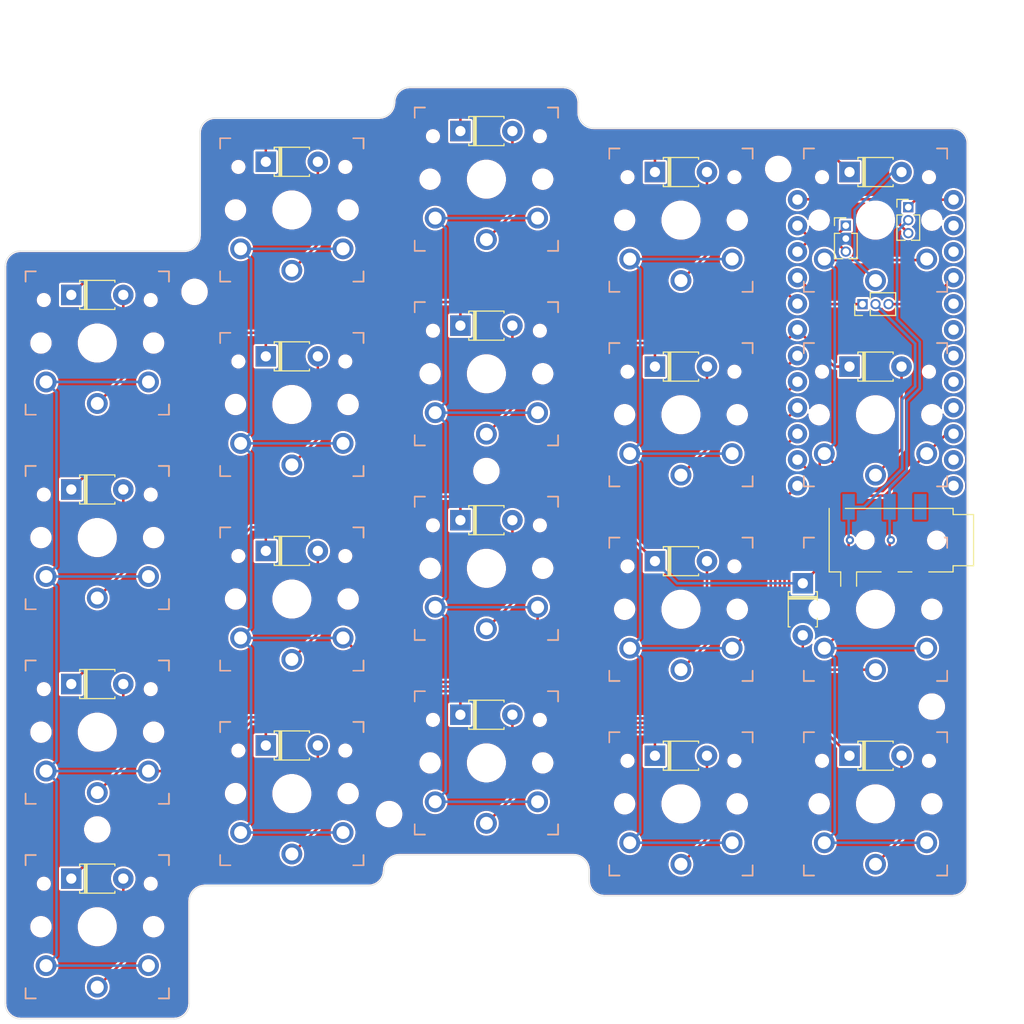
<source format=kicad_pcb>
(kicad_pcb (version 20171130) (host pcbnew "(5.1.9)-1")
  (layers (0 F.Cu signal) (31 B.Cu signal) (34 B.Paste user) (35 F.Paste user) (36 B.SilkS user) (37 F.SilkS user) (38 B.Mask user) (39 F.Mask user) (44 Edge.Cuts user))
  (net 0 "")
  (net 1 "Net-(B1-Pad24)")
  (net 2 "Net-(B1-Pad23)")
  (net 3 "Net-(B1-Pad22)")
  (net 4 "Net-(B1-Pad21)")
  (net 5 "Net-(B1-Pad20)")
  (net 6 "Net-(B1-Pad19)")
  (net 7 "Net-(B1-Pad18)")
  (net 8 "Net-(B1-Pad17)")
  (net 9 "Net-(B1-Pad16)")
  (net 10 "Net-(B1-Pad14)")
  (net 11 "Net-(B1-Pad13)")
  (net 12 "Net-(B1-Pad4)")
  (net 13 "Net-(B1-Pad3)")
  (net 14 "Net-(B1-Pad2)")
  (net 15 "Net-(B1-Pad1)")
  (net 16 "Net-(D1-Pad2)")
  (net 17 row0)
  (net 18 "Net-(D2-Pad2)")
  (net 19 row1)
  (net 20 "Net-(D3-Pad2)")
  (net 21 row2)
  (net 22 "Net-(D4-Pad2)")
  (net 23 row3)
  (net 24 "Net-(D5-Pad2)")
  (net 25 "Net-(D6-Pad2)")
  (net 26 "Net-(D7-Pad2)")
  (net 27 "Net-(D8-Pad2)")
  (net 28 "Net-(D9-Pad2)")
  (net 29 "Net-(D10-Pad2)")
  (net 30 "Net-(D11-Pad2)")
  (net 31 "Net-(D12-Pad2)")
  (net 32 "Net-(D13-Pad2)")
  (net 33 "Net-(D14-Pad2)")
  (net 34 "Net-(D15-Pad2)")
  (net 35 "Net-(D16-Pad2)")
  (net 36 "Net-(D17-Pad2)")
  (net 37 "Net-(D18-Pad2)")
  (net 38 "Net-(D19-Pad2)")
  (net 39 "Net-(D20-Pad2)")
  (net 40 "Net-(J1-PadR2)")
  (net 41 TX)
  (net 42 +5V)
  (net 43 GND)
  (net 44 col0)
  (net 45 col1)
  (net 46 col2)
  (net 47 col3)
  (net 48 col4)
  (module keyswitches:SW_PG1350_reversible (layer F.Cu) (at 166.5 71.5)
    (fp_text reference SW13 hide)
    (fp_text value SW_Push)
    (pad "" np_thru_hole circle (at -5.5 0) (size 1.7018 1.7018) (drill 1.7018) (layers *.Cu *.Mask))
    (pad "" np_thru_hole circle (at 5.5 0) (size 1.7018 1.7018) (drill 1.7018) (layers *.Cu *.Mask))
    (pad "" np_thru_hole circle (at 5.22 -4.2) (size 0.9906 0.9906) (drill 0.9906) (layers *.Cu *.Mask))
    (pad 1 thru_hole circle (at 0 5.9) (size 2.032 2.032) (drill 1.27) (layers *.Cu *.Mask) (net 32 "Net-(D13-Pad2)"))
    (pad 2 thru_hole circle (at -5 3.8) (size 2.032 2.032) (drill 1.27) (layers *.Cu *.Mask) (net 47 col3))
    (pad "" np_thru_hole circle (at 0 0) (size 3.429 3.429) (drill 3.429) (layers *.Cu *.Mask))
    (pad 2 thru_hole circle (at 5 3.8) (size 2.032 2.032) (drill 1.27) (layers *.Cu *.Mask) (net 47 col3))
    (pad "" np_thru_hole circle (at -5.22 -4.2) (size 0.9906 0.9906) (drill 0.9906) (layers *.Cu *.Mask))
  )
  (module keyswitches:SW_PG1350_reversible (layer F.Cu) (at 128.5 70.5)
    (fp_text reference SW5 hide)
    (fp_text value SW_Push)
    (pad "" np_thru_hole circle (at -5.5 0) (size 1.7018 1.7018) (drill 1.7018) (layers *.Cu *.Mask))
    (pad "" np_thru_hole circle (at 5.5 0) (size 1.7018 1.7018) (drill 1.7018) (layers *.Cu *.Mask))
    (pad "" np_thru_hole circle (at 5.22 -4.2) (size 0.9906 0.9906) (drill 0.9906) (layers *.Cu *.Mask))
    (pad 1 thru_hole circle (at 0 5.9) (size 2.032 2.032) (drill 1.27) (layers *.Cu *.Mask) (net 24 "Net-(D5-Pad2)"))
    (pad 2 thru_hole circle (at -5 3.8) (size 2.032 2.032) (drill 1.27) (layers *.Cu *.Mask) (net 45 col1))
    (pad "" np_thru_hole circle (at 0 0) (size 3.429 3.429) (drill 3.429) (layers *.Cu *.Mask))
    (pad 2 thru_hole circle (at 5 3.8) (size 2.032 2.032) (drill 1.27) (layers *.Cu *.Mask) (net 45 col1))
    (pad "" np_thru_hole circle (at -5.22 -4.2) (size 0.9906 0.9906) (drill 0.9906) (layers *.Cu *.Mask))
  )
  (module Connector_PinHeader_1.27mm:PinHeader_1x03_P1.27mm_Vertical (layer F.Cu) (at 184.23 79.7 90)
    (fp_text reference JP3 hide)
    (fp_text value Jumper_3_Open)
    (pad 3 thru_hole oval (at 0 2.54 90) (size 1 1) (drill 0.65) (layers *.Cu *.Mask) (net 4 "Net-(B1-Pad21)"))
    (pad 2 thru_hole oval (at 0 1.27 90) (size 1 1) (drill 0.65) (layers *.Cu *.Mask) (net 42 +5V))
    (pad 1 thru_hole rect (at 0 0 90) (size 1 1) (drill 0.65) (layers *.Cu *.Mask) (net 12 "Net-(B1-Pad4)"))
  )
  (module Connector_PinHeader_1.27mm:PinHeader_1x03_P1.27mm_Vertical (layer F.Cu) (at 188.7 70.23)
    (fp_text reference JP2 hide)
    (fp_text value Jumper_3_Open)
    (pad 3 thru_hole oval (at 0 2.54) (size 1 1) (drill 0.65) (layers *.Cu *.Mask) (net 15 "Net-(B1-Pad1)"))
    (pad 2 thru_hole oval (at 0 1.27) (size 1 1) (drill 0.65) (layers *.Cu *.Mask) (net 41 TX))
    (pad 1 thru_hole rect (at 0 0) (size 1 1) (drill 0.65) (layers *.Cu *.Mask) (net 1 "Net-(B1-Pad24)"))
  )
  (module Connector_PinHeader_1.27mm:PinHeader_1x03_P1.27mm_Vertical (layer F.Cu) (at 182.6 72.03)
    (fp_text reference JP1 hide)
    (fp_text value Jumper_3_Open)
    (pad 3 thru_hole oval (at 0 2.54) (size 1 1) (drill 0.65) (layers *.Cu *.Mask) (net 13 "Net-(B1-Pad3)"))
    (pad 2 thru_hole oval (at 0 1.27) (size 1 1) (drill 0.65) (layers *.Cu *.Mask) (net 43 GND))
    (pad 1 thru_hole rect (at 0 0) (size 1 1) (drill 0.65) (layers *.Cu *.Mask) (net 14 "Net-(B1-Pad2)"))
  )
  (module Diode_THT:D_T-1_P5.08mm_Horizontal (layer F.Cu) (at 178.4 106.96 270)
    (fp_text reference D19 hide)
    (fp_text value D_Small)
    (pad 2 thru_hole oval (at 5.08 0 270) (size 2 2) (drill 1) (layers *.Cu *.Mask) (net 38 "Net-(D19-Pad2)"))
    (pad 1 thru_hole rect (at 0 0 270) (size 2 2) (drill 1) (layers *.Cu *.Mask) (net 21 row2))
  )
  (module Boards:SPARKFUN_PRO_MICRO (layer F.Cu) (at 185.5 82.2)
    (fp_text reference B1 hide)
    (fp_text value SPARKFUN_PRO_MICRO hide)
    (pad 24 thru_hole circle (at 7.62 -12.7) (size 1.8796 1.8796) (drill 1.016) (layers *.Cu *.Mask) (net 1 "Net-(B1-Pad24)"))
    (pad 23 thru_hole circle (at 7.62 -10.16) (size 1.8796 1.8796) (drill 1.016) (layers *.Cu *.Mask) (net 2 "Net-(B1-Pad23)"))
    (pad 22 thru_hole circle (at 7.62 -7.62) (size 1.8796 1.8796) (drill 1.016) (layers *.Cu *.Mask) (net 3 "Net-(B1-Pad22)"))
    (pad 21 thru_hole circle (at 7.62 -5.08) (size 1.8796 1.8796) (drill 1.016) (layers *.Cu *.Mask) (net 4 "Net-(B1-Pad21)"))
    (pad 20 thru_hole circle (at 7.62 -2.54) (size 1.8796 1.8796) (drill 1.016) (layers *.Cu *.Mask) (net 5 "Net-(B1-Pad20)"))
    (pad 19 thru_hole circle (at 7.62 0) (size 1.8796 1.8796) (drill 1.016) (layers *.Cu *.Mask) (net 6 "Net-(B1-Pad19)"))
    (pad 18 thru_hole circle (at 7.62 2.54) (size 1.8796 1.8796) (drill 1.016) (layers *.Cu *.Mask) (net 7 "Net-(B1-Pad18)"))
    (pad 17 thru_hole circle (at 7.62 5.08) (size 1.8796 1.8796) (drill 1.016) (layers *.Cu *.Mask) (net 8 "Net-(B1-Pad17)"))
    (pad 16 thru_hole circle (at 7.62 7.62) (size 1.8796 1.8796) (drill 1.016) (layers *.Cu *.Mask) (net 9 "Net-(B1-Pad16)"))
    (pad 15 thru_hole circle (at 7.62 10.16) (size 1.8796 1.8796) (drill 1.016) (layers *.Cu *.Mask) (net 48 col4))
    (pad 14 thru_hole circle (at 7.62 12.7) (size 1.8796 1.8796) (drill 1.016) (layers *.Cu *.Mask) (net 10 "Net-(B1-Pad14)"))
    (pad 13 thru_hole circle (at 7.62 15.24) (size 1.8796 1.8796) (drill 1.016) (layers *.Cu *.Mask) (net 11 "Net-(B1-Pad13)"))
    (pad 12 thru_hole circle (at -7.62 15.24) (size 1.8796 1.8796) (drill 1.016) (layers *.Cu *.Mask) (net 23 row3))
    (pad 11 thru_hole circle (at -7.62 12.7) (size 1.8796 1.8796) (drill 1.016) (layers *.Cu *.Mask) (net 21 row2))
    (pad 10 thru_hole circle (at -7.62 10.16) (size 1.8796 1.8796) (drill 1.016) (layers *.Cu *.Mask) (net 44 col0))
    (pad 9 thru_hole circle (at -7.62 7.62) (size 1.8796 1.8796) (drill 1.016) (layers *.Cu *.Mask) (net 45 col1))
    (pad 8 thru_hole circle (at -7.62 5.08) (size 1.8796 1.8796) (drill 1.016) (layers *.Cu *.Mask) (net 46 col2))
    (pad 7 thru_hole circle (at -7.62 2.54) (size 1.8796 1.8796) (drill 1.016) (layers *.Cu *.Mask) (net 47 col3))
    (pad 6 thru_hole circle (at -7.62 0) (size 1.8796 1.8796) (drill 1.016) (layers *.Cu *.Mask) (net 19 row1))
    (pad 5 thru_hole circle (at -7.62 -2.54) (size 1.8796 1.8796) (drill 1.016) (layers *.Cu *.Mask) (net 17 row0))
    (pad 4 thru_hole circle (at -7.62 -5.08) (size 1.8796 1.8796) (drill 1.016) (layers *.Cu *.Mask) (net 12 "Net-(B1-Pad4)"))
    (pad 3 thru_hole circle (at -7.62 -7.62) (size 1.8796 1.8796) (drill 1.016) (layers *.Cu *.Mask) (net 13 "Net-(B1-Pad3)"))
    (pad 2 thru_hole circle (at -7.62 -10.16) (size 1.8796 1.8796) (drill 1.016) (layers *.Cu *.Mask) (net 14 "Net-(B1-Pad2)"))
    (pad 1 thru_hole circle (at -7.62 -12.7) (size 1.8796 1.8796) (drill 1.016) (layers *.Cu *.Mask) (net 15 "Net-(B1-Pad1)"))
  )
  (module keyswitches:SW_PG1350_reversible (layer F.Cu) (at 185.5 109.5)
    (fp_text reference SW19 hide)
    (fp_text value SW_Push)
    (pad "" np_thru_hole circle (at -5.5 0) (size 1.7018 1.7018) (drill 1.7018) (layers *.Cu *.Mask))
    (pad "" np_thru_hole circle (at 5.5 0) (size 1.7018 1.7018) (drill 1.7018) (layers *.Cu *.Mask))
    (pad 1 thru_hole circle (at 0 5.9) (size 2.032 2.032) (drill 1.27) (layers *.Cu *.Mask) (net 38 "Net-(D19-Pad2)"))
    (pad 2 thru_hole circle (at -5 3.8) (size 2.032 2.032) (drill 1.27) (layers *.Cu *.Mask) (net 48 col4))
    (pad "" np_thru_hole circle (at 0 0) (size 3.429 3.429) (drill 3.429) (layers *.Cu *.Mask))
    (pad 2 thru_hole circle (at 5 3.8) (size 2.032 2.032) (drill 1.27) (layers *.Cu *.Mask) (net 48 col4))
  )
  (module Connector_Audio:Jack_3.5mm_PJ320D_Horizontal (layer F.Cu) (at 186.7 102.75 180)
    (fp_text reference J1 hide)
    (fp_text value AudioJack4)
    (pad "" np_thru_hole circle (at 2.225 0 180) (size 1.5 1.5) (drill 1.5) (layers *.Cu *.Mask))
    (pad "" np_thru_hole circle (at -4.775 0 180) (size 1.5 1.5) (drill 1.5) (layers *.Cu *.Mask))
    (pad R2 smd rect (at -3.175 -3.25 180) (size 1.2 2.5) (layers F.Cu F.Paste F.Mask) (net 40 "Net-(J1-PadR2)"))
    (pad R1 smd rect (at -0.175 -3.25 180) (size 1.2 2.5) (layers F.Cu F.Paste F.Mask) (net 41 TX))
    (pad T smd rect (at 3.825 -3.25 180) (size 1.2 2.5) (layers F.Cu F.Paste F.Mask) (net 42 +5V))
    (pad S smd rect (at 4.925 3.25 180) (size 1.2 2.5) (layers F.Cu F.Paste F.Mask) (net 43 GND))
    (pad R2 smd rect (at -3.175 3.25 180) (size 1.2 2.5) (layers B.Cu B.Paste B.Mask) (net 40 "Net-(J1-PadR2)"))
    (pad T smd rect (at 3.825 3.25 180) (size 1.2 2.5) (layers B.Cu B.Paste B.Mask) (net 42 +5V))
    (pad S smd rect (at 4.925 -3.25 180) (size 1.2 2.5) (layers B.Cu B.Paste B.Mask) (net 43 GND))
    (pad R1 smd rect (at -0.175 3.25 180) (size 1.2 2.5) (layers B.Cu B.Paste B.Mask) (net 41 TX))
  )
  (module keyswitches:SW_PG1350_reversible (layer F.Cu) (at 109.5 140.5)
    (fp_text reference SW4 hide)
    (fp_text value SW_Push)
    (pad "" np_thru_hole circle (at -5.5 0) (size 1.7018 1.7018) (drill 1.7018) (layers *.Cu *.Mask))
    (pad "" np_thru_hole circle (at 5.5 0) (size 1.7018 1.7018) (drill 1.7018) (layers *.Cu *.Mask))
    (pad "" np_thru_hole circle (at 5.22 -4.2) (size 0.9906 0.9906) (drill 0.9906) (layers *.Cu *.Mask))
    (pad 1 thru_hole circle (at 0 5.9) (size 2.032 2.032) (drill 1.27) (layers *.Cu *.Mask) (net 22 "Net-(D4-Pad2)"))
    (pad 2 thru_hole circle (at -5 3.8) (size 2.032 2.032) (drill 1.27) (layers *.Cu *.Mask) (net 44 col0))
    (pad "" np_thru_hole circle (at 0 0) (size 3.429 3.429) (drill 3.429) (layers *.Cu *.Mask))
    (pad 2 thru_hole circle (at 5 3.8) (size 2.032 2.032) (drill 1.27) (layers *.Cu *.Mask) (net 44 col0))
    (pad "" np_thru_hole circle (at -5.22 -4.2) (size 0.9906 0.9906) (drill 0.9906) (layers *.Cu *.Mask))
  )
  (module keyswitches:SW_PG1350_reversible (layer F.Cu) (at 185.5 128.5)
    (fp_text reference SW20 hide)
    (fp_text value SW_Push)
    (pad "" np_thru_hole circle (at -5.5 0) (size 1.7018 1.7018) (drill 1.7018) (layers *.Cu *.Mask))
    (pad "" np_thru_hole circle (at 5.5 0) (size 1.7018 1.7018) (drill 1.7018) (layers *.Cu *.Mask))
    (pad "" np_thru_hole circle (at 5.22 -4.2) (size 0.9906 0.9906) (drill 0.9906) (layers *.Cu *.Mask))
    (pad 1 thru_hole circle (at 0 5.9) (size 2.032 2.032) (drill 1.27) (layers *.Cu *.Mask) (net 39 "Net-(D20-Pad2)"))
    (pad 2 thru_hole circle (at -5 3.8) (size 2.032 2.032) (drill 1.27) (layers *.Cu *.Mask) (net 48 col4))
    (pad "" np_thru_hole circle (at 0 0) (size 3.429 3.429) (drill 3.429) (layers *.Cu *.Mask))
    (pad 2 thru_hole circle (at 5 3.8) (size 2.032 2.032) (drill 1.27) (layers *.Cu *.Mask) (net 48 col4))
    (pad "" np_thru_hole circle (at -5.22 -4.2) (size 0.9906 0.9906) (drill 0.9906) (layers *.Cu *.Mask))
  )
  (module keyswitches:SW_PG1350_reversible (layer F.Cu) (at 185.5 90.5)
    (fp_text reference SW18 hide)
    (fp_text value SW_Push)
    (pad "" np_thru_hole circle (at -5.5 0) (size 1.7018 1.7018) (drill 1.7018) (layers *.Cu *.Mask))
    (pad "" np_thru_hole circle (at 5.5 0) (size 1.7018 1.7018) (drill 1.7018) (layers *.Cu *.Mask))
    (pad "" np_thru_hole circle (at 5.22 -4.2) (size 0.9906 0.9906) (drill 0.9906) (layers *.Cu *.Mask))
    (pad 1 thru_hole circle (at 0 5.9) (size 2.032 2.032) (drill 1.27) (layers *.Cu *.Mask) (net 37 "Net-(D18-Pad2)"))
    (pad 2 thru_hole circle (at -5 3.8) (size 2.032 2.032) (drill 1.27) (layers *.Cu *.Mask) (net 48 col4))
    (pad "" np_thru_hole circle (at 0 0) (size 3.429 3.429) (drill 3.429) (layers *.Cu *.Mask))
    (pad 2 thru_hole circle (at 5 3.8) (size 2.032 2.032) (drill 1.27) (layers *.Cu *.Mask) (net 48 col4))
    (pad "" np_thru_hole circle (at -5.22 -4.2) (size 0.9906 0.9906) (drill 0.9906) (layers *.Cu *.Mask))
  )
  (module keyswitches:SW_PG1350_reversible (layer F.Cu) (at 185.5 71.5)
    (fp_text reference SW17 hide)
    (fp_text value SW_Push)
    (pad "" np_thru_hole circle (at -5.5 0) (size 1.7018 1.7018) (drill 1.7018) (layers *.Cu *.Mask))
    (pad "" np_thru_hole circle (at 5.5 0) (size 1.7018 1.7018) (drill 1.7018) (layers *.Cu *.Mask))
    (pad "" np_thru_hole circle (at 5.22 -4.2) (size 0.9906 0.9906) (drill 0.9906) (layers *.Cu *.Mask))
    (pad 1 thru_hole circle (at 0 5.9) (size 2.032 2.032) (drill 1.27) (layers *.Cu *.Mask) (net 36 "Net-(D17-Pad2)"))
    (pad 2 thru_hole circle (at -5 3.8) (size 2.032 2.032) (drill 1.27) (layers *.Cu *.Mask) (net 48 col4))
    (pad "" np_thru_hole circle (at 0 0) (size 3.429 3.429) (drill 3.429) (layers *.Cu *.Mask))
    (pad 2 thru_hole circle (at 5 3.8) (size 2.032 2.032) (drill 1.27) (layers *.Cu *.Mask) (net 48 col4))
    (pad "" np_thru_hole circle (at -5.22 -4.2) (size 0.9906 0.9906) (drill 0.9906) (layers *.Cu *.Mask))
  )
  (module keyswitches:SW_PG1350_reversible (layer F.Cu) (at 166.5 128.5)
    (fp_text reference SW16 hide)
    (fp_text value SW_Push)
    (pad "" np_thru_hole circle (at -5.5 0) (size 1.7018 1.7018) (drill 1.7018) (layers *.Cu *.Mask))
    (pad "" np_thru_hole circle (at 5.5 0) (size 1.7018 1.7018) (drill 1.7018) (layers *.Cu *.Mask))
    (pad "" np_thru_hole circle (at 5.22 -4.2) (size 0.9906 0.9906) (drill 0.9906) (layers *.Cu *.Mask))
    (pad 1 thru_hole circle (at 0 5.9) (size 2.032 2.032) (drill 1.27) (layers *.Cu *.Mask) (net 35 "Net-(D16-Pad2)"))
    (pad 2 thru_hole circle (at -5 3.8) (size 2.032 2.032) (drill 1.27) (layers *.Cu *.Mask) (net 47 col3))
    (pad "" np_thru_hole circle (at 0 0) (size 3.429 3.429) (drill 3.429) (layers *.Cu *.Mask))
    (pad 2 thru_hole circle (at 5 3.8) (size 2.032 2.032) (drill 1.27) (layers *.Cu *.Mask) (net 47 col3))
    (pad "" np_thru_hole circle (at -5.22 -4.2) (size 0.9906 0.9906) (drill 0.9906) (layers *.Cu *.Mask))
  )
  (module keyswitches:SW_PG1350_reversible (layer F.Cu) (at 166.5 109.5)
    (fp_text reference SW15 hide)
    (fp_text value SW_Push)
    (pad "" np_thru_hole circle (at -5.5 0) (size 1.7018 1.7018) (drill 1.7018) (layers *.Cu *.Mask))
    (pad "" np_thru_hole circle (at 5.5 0) (size 1.7018 1.7018) (drill 1.7018) (layers *.Cu *.Mask))
    (pad "" np_thru_hole circle (at 5.22 -4.2) (size 0.9906 0.9906) (drill 0.9906) (layers *.Cu *.Mask))
    (pad 1 thru_hole circle (at 0 5.9) (size 2.032 2.032) (drill 1.27) (layers *.Cu *.Mask) (net 34 "Net-(D15-Pad2)"))
    (pad 2 thru_hole circle (at -5 3.8) (size 2.032 2.032) (drill 1.27) (layers *.Cu *.Mask) (net 47 col3))
    (pad "" np_thru_hole circle (at 0 0) (size 3.429 3.429) (drill 3.429) (layers *.Cu *.Mask))
    (pad 2 thru_hole circle (at 5 3.8) (size 2.032 2.032) (drill 1.27) (layers *.Cu *.Mask) (net 47 col3))
    (pad "" np_thru_hole circle (at -5.22 -4.2) (size 0.9906 0.9906) (drill 0.9906) (layers *.Cu *.Mask))
  )
  (module keyswitches:SW_PG1350_reversible (layer F.Cu) (at 166.5 90.5)
    (fp_text reference SW14 hide)
    (fp_text value SW_Push)
    (pad "" np_thru_hole circle (at -5.5 0) (size 1.7018 1.7018) (drill 1.7018) (layers *.Cu *.Mask))
    (pad "" np_thru_hole circle (at 5.5 0) (size 1.7018 1.7018) (drill 1.7018) (layers *.Cu *.Mask))
    (pad "" np_thru_hole circle (at 5.22 -4.2) (size 0.9906 0.9906) (drill 0.9906) (layers *.Cu *.Mask))
    (pad 1 thru_hole circle (at 0 5.9) (size 2.032 2.032) (drill 1.27) (layers *.Cu *.Mask) (net 33 "Net-(D14-Pad2)"))
    (pad 2 thru_hole circle (at -5 3.8) (size 2.032 2.032) (drill 1.27) (layers *.Cu *.Mask) (net 47 col3))
    (pad "" np_thru_hole circle (at 0 0) (size 3.429 3.429) (drill 3.429) (layers *.Cu *.Mask))
    (pad 2 thru_hole circle (at 5 3.8) (size 2.032 2.032) (drill 1.27) (layers *.Cu *.Mask) (net 47 col3))
    (pad "" np_thru_hole circle (at -5.22 -4.2) (size 0.9906 0.9906) (drill 0.9906) (layers *.Cu *.Mask))
  )
  (module keyswitches:SW_PG1350_reversible (layer F.Cu) (at 147.5 124.5)
    (fp_text reference SW12 hide)
    (fp_text value SW_Push)
    (pad "" np_thru_hole circle (at -5.5 0) (size 1.7018 1.7018) (drill 1.7018) (layers *.Cu *.Mask))
    (pad "" np_thru_hole circle (at 5.5 0) (size 1.7018 1.7018) (drill 1.7018) (layers *.Cu *.Mask))
    (pad "" np_thru_hole circle (at 5.22 -4.2) (size 0.9906 0.9906) (drill 0.9906) (layers *.Cu *.Mask))
    (pad 1 thru_hole circle (at 0 5.9) (size 2.032 2.032) (drill 1.27) (layers *.Cu *.Mask) (net 31 "Net-(D12-Pad2)"))
    (pad 2 thru_hole circle (at -5 3.8) (size 2.032 2.032) (drill 1.27) (layers *.Cu *.Mask) (net 46 col2))
    (pad "" np_thru_hole circle (at 0 0) (size 3.429 3.429) (drill 3.429) (layers *.Cu *.Mask))
    (pad 2 thru_hole circle (at 5 3.8) (size 2.032 2.032) (drill 1.27) (layers *.Cu *.Mask) (net 46 col2))
    (pad "" np_thru_hole circle (at -5.22 -4.2) (size 0.9906 0.9906) (drill 0.9906) (layers *.Cu *.Mask))
  )
  (module keyswitches:SW_PG1350_reversible (layer F.Cu) (at 147.5 105.5)
    (fp_text reference SW11 hide)
    (fp_text value SW_Push)
    (pad "" np_thru_hole circle (at -5.5 0) (size 1.7018 1.7018) (drill 1.7018) (layers *.Cu *.Mask))
    (pad "" np_thru_hole circle (at 5.5 0) (size 1.7018 1.7018) (drill 1.7018) (layers *.Cu *.Mask))
    (pad "" np_thru_hole circle (at 5.22 -4.2) (size 0.9906 0.9906) (drill 0.9906) (layers *.Cu *.Mask))
    (pad 1 thru_hole circle (at 0 5.9) (size 2.032 2.032) (drill 1.27) (layers *.Cu *.Mask) (net 30 "Net-(D11-Pad2)"))
    (pad 2 thru_hole circle (at -5 3.8) (size 2.032 2.032) (drill 1.27) (layers *.Cu *.Mask) (net 46 col2))
    (pad "" np_thru_hole circle (at 0 0) (size 3.429 3.429) (drill 3.429) (layers *.Cu *.Mask))
    (pad 2 thru_hole circle (at 5 3.8) (size 2.032 2.032) (drill 1.27) (layers *.Cu *.Mask) (net 46 col2))
    (pad "" np_thru_hole circle (at -5.22 -4.2) (size 0.9906 0.9906) (drill 0.9906) (layers *.Cu *.Mask))
  )
  (module keyswitches:SW_PG1350_reversible (layer F.Cu) (at 147.5 86.5)
    (fp_text reference SW10 hide)
    (fp_text value SW_Push)
    (pad "" np_thru_hole circle (at -5.5 0) (size 1.7018 1.7018) (drill 1.7018) (layers *.Cu *.Mask))
    (pad "" np_thru_hole circle (at 5.5 0) (size 1.7018 1.7018) (drill 1.7018) (layers *.Cu *.Mask))
    (pad "" np_thru_hole circle (at 5.22 -4.2) (size 0.9906 0.9906) (drill 0.9906) (layers *.Cu *.Mask))
    (pad 1 thru_hole circle (at 0 5.9) (size 2.032 2.032) (drill 1.27) (layers *.Cu *.Mask) (net 29 "Net-(D10-Pad2)"))
    (pad 2 thru_hole circle (at -5 3.8) (size 2.032 2.032) (drill 1.27) (layers *.Cu *.Mask) (net 46 col2))
    (pad "" np_thru_hole circle (at 0 0) (size 3.429 3.429) (drill 3.429) (layers *.Cu *.Mask))
    (pad 2 thru_hole circle (at 5 3.8) (size 2.032 2.032) (drill 1.27) (layers *.Cu *.Mask) (net 46 col2))
    (pad "" np_thru_hole circle (at -5.22 -4.2) (size 0.9906 0.9906) (drill 0.9906) (layers *.Cu *.Mask))
  )
  (module keyswitches:SW_PG1350_reversible (layer F.Cu) (at 147.5 67.5)
    (fp_text reference SW9 hide)
    (fp_text value SW_Push)
    (pad "" np_thru_hole circle (at -5.5 0) (size 1.7018 1.7018) (drill 1.7018) (layers *.Cu *.Mask))
    (pad "" np_thru_hole circle (at 5.5 0) (size 1.7018 1.7018) (drill 1.7018) (layers *.Cu *.Mask))
    (pad "" np_thru_hole circle (at 5.22 -4.2) (size 0.9906 0.9906) (drill 0.9906) (layers *.Cu *.Mask))
    (pad 1 thru_hole circle (at 0 5.9) (size 2.032 2.032) (drill 1.27) (layers *.Cu *.Mask) (net 28 "Net-(D9-Pad2)"))
    (pad 2 thru_hole circle (at -5 3.8) (size 2.032 2.032) (drill 1.27) (layers *.Cu *.Mask) (net 46 col2))
    (pad "" np_thru_hole circle (at 0 0) (size 3.429 3.429) (drill 3.429) (layers *.Cu *.Mask))
    (pad 2 thru_hole circle (at 5 3.8) (size 2.032 2.032) (drill 1.27) (layers *.Cu *.Mask) (net 46 col2))
    (pad "" np_thru_hole circle (at -5.22 -4.2) (size 0.9906 0.9906) (drill 0.9906) (layers *.Cu *.Mask))
  )
  (module keyswitches:SW_PG1350_reversible (layer F.Cu) (at 128.5 127.5)
    (fp_text reference SW8 hide)
    (fp_text value SW_Push)
    (pad "" np_thru_hole circle (at -5.5 0) (size 1.7018 1.7018) (drill 1.7018) (layers *.Cu *.Mask))
    (pad "" np_thru_hole circle (at 5.5 0) (size 1.7018 1.7018) (drill 1.7018) (layers *.Cu *.Mask))
    (pad "" np_thru_hole circle (at 5.22 -4.2) (size 0.9906 0.9906) (drill 0.9906) (layers *.Cu *.Mask))
    (pad 1 thru_hole circle (at 0 5.9) (size 2.032 2.032) (drill 1.27) (layers *.Cu *.Mask) (net 27 "Net-(D8-Pad2)"))
    (pad 2 thru_hole circle (at -5 3.8) (size 2.032 2.032) (drill 1.27) (layers *.Cu *.Mask) (net 45 col1))
    (pad "" np_thru_hole circle (at 0 0) (size 3.429 3.429) (drill 3.429) (layers *.Cu *.Mask))
    (pad 2 thru_hole circle (at 5 3.8) (size 2.032 2.032) (drill 1.27) (layers *.Cu *.Mask) (net 45 col1))
    (pad "" np_thru_hole circle (at -5.22 -4.2) (size 0.9906 0.9906) (drill 0.9906) (layers *.Cu *.Mask))
  )
  (module keyswitches:SW_PG1350_reversible (layer F.Cu) (at 128.5 108.5)
    (fp_text reference SW7 hide)
    (fp_text value SW_Push)
    (pad "" np_thru_hole circle (at -5.5 0) (size 1.7018 1.7018) (drill 1.7018) (layers *.Cu *.Mask))
    (pad "" np_thru_hole circle (at 5.5 0) (size 1.7018 1.7018) (drill 1.7018) (layers *.Cu *.Mask))
    (pad "" np_thru_hole circle (at 5.22 -4.2) (size 0.9906 0.9906) (drill 0.9906) (layers *.Cu *.Mask))
    (pad 1 thru_hole circle (at 0 5.9) (size 2.032 2.032) (drill 1.27) (layers *.Cu *.Mask) (net 26 "Net-(D7-Pad2)"))
    (pad 2 thru_hole circle (at -5 3.8) (size 2.032 2.032) (drill 1.27) (layers *.Cu *.Mask) (net 45 col1))
    (pad "" np_thru_hole circle (at 0 0) (size 3.429 3.429) (drill 3.429) (layers *.Cu *.Mask))
    (pad 2 thru_hole circle (at 5 3.8) (size 2.032 2.032) (drill 1.27) (layers *.Cu *.Mask) (net 45 col1))
    (pad "" np_thru_hole circle (at -5.22 -4.2) (size 0.9906 0.9906) (drill 0.9906) (layers *.Cu *.Mask))
  )
  (module keyswitches:SW_PG1350_reversible (layer F.Cu) (at 128.5 89.5)
    (fp_text reference SW6 hide)
    (fp_text value SW_Push)
    (pad "" np_thru_hole circle (at -5.5 0) (size 1.7018 1.7018) (drill 1.7018) (layers *.Cu *.Mask))
    (pad "" np_thru_hole circle (at 5.5 0) (size 1.7018 1.7018) (drill 1.7018) (layers *.Cu *.Mask))
    (pad "" np_thru_hole circle (at 5.22 -4.2) (size 0.9906 0.9906) (drill 0.9906) (layers *.Cu *.Mask))
    (pad 1 thru_hole circle (at 0 5.9) (size 2.032 2.032) (drill 1.27) (layers *.Cu *.Mask) (net 25 "Net-(D6-Pad2)"))
    (pad 2 thru_hole circle (at -5 3.8) (size 2.032 2.032) (drill 1.27) (layers *.Cu *.Mask) (net 45 col1))
    (pad "" np_thru_hole circle (at 0 0) (size 3.429 3.429) (drill 3.429) (layers *.Cu *.Mask))
    (pad 2 thru_hole circle (at 5 3.8) (size 2.032 2.032) (drill 1.27) (layers *.Cu *.Mask) (net 45 col1))
    (pad "" np_thru_hole circle (at -5.22 -4.2) (size 0.9906 0.9906) (drill 0.9906) (layers *.Cu *.Mask))
  )
  (module keyswitches:SW_PG1350_reversible (layer F.Cu) (at 109.5 121.5)
    (fp_text reference SW3 hide)
    (fp_text value SW_Push)
    (pad "" np_thru_hole circle (at -5.5 0) (size 1.7018 1.7018) (drill 1.7018) (layers *.Cu *.Mask))
    (pad "" np_thru_hole circle (at 5.5 0) (size 1.7018 1.7018) (drill 1.7018) (layers *.Cu *.Mask))
    (pad "" np_thru_hole circle (at 5.22 -4.2) (size 0.9906 0.9906) (drill 0.9906) (layers *.Cu *.Mask))
    (pad 1 thru_hole circle (at 0 5.9) (size 2.032 2.032) (drill 1.27) (layers *.Cu *.Mask) (net 20 "Net-(D3-Pad2)"))
    (pad 2 thru_hole circle (at -5 3.8) (size 2.032 2.032) (drill 1.27) (layers *.Cu *.Mask) (net 44 col0))
    (pad "" np_thru_hole circle (at 0 0) (size 3.429 3.429) (drill 3.429) (layers *.Cu *.Mask))
    (pad 2 thru_hole circle (at 5 3.8) (size 2.032 2.032) (drill 1.27) (layers *.Cu *.Mask) (net 44 col0))
    (pad "" np_thru_hole circle (at -5.22 -4.2) (size 0.9906 0.9906) (drill 0.9906) (layers *.Cu *.Mask))
  )
  (module keyswitches:SW_PG1350_reversible (layer F.Cu) (at 109.5 102.5)
    (fp_text reference SW2 hide)
    (fp_text value SW_Push)
    (pad "" np_thru_hole circle (at -5.5 0) (size 1.7018 1.7018) (drill 1.7018) (layers *.Cu *.Mask))
    (pad "" np_thru_hole circle (at 5.5 0) (size 1.7018 1.7018) (drill 1.7018) (layers *.Cu *.Mask))
    (pad "" np_thru_hole circle (at 5.22 -4.2) (size 0.9906 0.9906) (drill 0.9906) (layers *.Cu *.Mask))
    (pad 1 thru_hole circle (at 0 5.9) (size 2.032 2.032) (drill 1.27) (layers *.Cu *.Mask) (net 18 "Net-(D2-Pad2)"))
    (pad 2 thru_hole circle (at -5 3.8) (size 2.032 2.032) (drill 1.27) (layers *.Cu *.Mask) (net 44 col0))
    (pad "" np_thru_hole circle (at 0 0) (size 3.429 3.429) (drill 3.429) (layers *.Cu *.Mask))
    (pad 2 thru_hole circle (at 5 3.8) (size 2.032 2.032) (drill 1.27) (layers *.Cu *.Mask) (net 44 col0))
    (pad "" np_thru_hole circle (at -5.22 -4.2) (size 0.9906 0.9906) (drill 0.9906) (layers *.Cu *.Mask))
  )
  (module keyswitches:SW_PG1350_reversible (layer F.Cu) (at 109.5 83.5)
    (fp_text reference SW1 hide)
    (fp_text value SW_Push)
    (pad "" np_thru_hole circle (at -5.5 0) (size 1.7018 1.7018) (drill 1.7018) (layers *.Cu *.Mask))
    (pad "" np_thru_hole circle (at 5.5 0) (size 1.7018 1.7018) (drill 1.7018) (layers *.Cu *.Mask))
    (pad "" np_thru_hole circle (at 5.22 -4.2) (size 0.9906 0.9906) (drill 0.9906) (layers *.Cu *.Mask))
    (pad 1 thru_hole circle (at 0 5.9) (size 2.032 2.032) (drill 1.27) (layers *.Cu *.Mask) (net 16 "Net-(D1-Pad2)"))
    (pad 2 thru_hole circle (at -5 3.8) (size 2.032 2.032) (drill 1.27) (layers *.Cu *.Mask) (net 44 col0))
    (pad "" np_thru_hole circle (at 0 0) (size 3.429 3.429) (drill 3.429) (layers *.Cu *.Mask))
    (pad 2 thru_hole circle (at 5 3.8) (size 2.032 2.032) (drill 1.27) (layers *.Cu *.Mask) (net 44 col0))
    (pad "" np_thru_hole circle (at -5.22 -4.2) (size 0.9906 0.9906) (drill 0.9906) (layers *.Cu *.Mask))
  )
  (module MountingHole:MountingHole_2.2mm_M2 (layer F.Cu) (at 191 119)
    (fp_text reference H6 hide)
    (fp_text value MountingHole)
    (pad 1 np_thru_hole circle (at 0 0) (size 2.2 2.2) (drill 2.2) (layers *.Cu *.Mask))
  )
  (module MountingHole:MountingHole_2.2mm_M2 (layer F.Cu) (at 176 66.5)
    (fp_text reference H5 hide)
    (fp_text value MountingHole)
    (pad 1 np_thru_hole circle (at 0 0) (size 2.2 2.2) (drill 2.2) (layers *.Cu *.Mask))
  )
  (module MountingHole:MountingHole_2.2mm_M2 (layer F.Cu) (at 138 129.5)
    (fp_text reference H4 hide)
    (fp_text value MountingHole)
    (pad 1 np_thru_hole circle (at 0 0) (size 2.2 2.2) (drill 2.2) (layers *.Cu *.Mask))
  )
  (module MountingHole:MountingHole_2.2mm_M2 (layer F.Cu) (at 147.5 96)
    (fp_text reference H3 hide)
    (fp_text value MountingHole)
    (pad 1 np_thru_hole circle (at 0 0) (size 2.2 2.2) (drill 2.2) (layers *.Cu *.Mask))
  )
  (module MountingHole:MountingHole_2.2mm_M2 (layer F.Cu) (at 109.5 131)
    (fp_text reference H2 hide)
    (fp_text value MountingHole)
    (pad 1 np_thru_hole circle (at 0 0) (size 2.2 2.2) (drill 2.2) (layers *.Cu *.Mask))
  )
  (module MountingHole:MountingHole_2.2mm_M2 (layer F.Cu) (at 119 78.5)
    (fp_text reference H1 hide)
    (fp_text value MountingHole)
    (pad 1 np_thru_hole circle (at 0 0) (size 2.2 2.2) (drill 2.2) (layers *.Cu *.Mask))
  )
  (module Diode_THT:D_T-1_P5.08mm_Horizontal (layer F.Cu) (at 182.96 123.8)
    (fp_text reference D20 hide)
    (fp_text value D_Small)
    (pad 2 thru_hole oval (at 5.08 0) (size 2 2) (drill 1) (layers *.Cu *.Mask) (net 39 "Net-(D20-Pad2)"))
    (pad 1 thru_hole rect (at 0 0) (size 2 2) (drill 1) (layers *.Cu *.Mask) (net 23 row3))
  )
  (module Diode_THT:D_T-1_P5.08mm_Horizontal (layer F.Cu) (at 182.96 85.8)
    (fp_text reference D18 hide)
    (fp_text value D_Small)
    (pad 2 thru_hole oval (at 5.08 0) (size 2 2) (drill 1) (layers *.Cu *.Mask) (net 37 "Net-(D18-Pad2)"))
    (pad 1 thru_hole rect (at 0 0) (size 2 2) (drill 1) (layers *.Cu *.Mask) (net 19 row1))
  )
  (module Diode_THT:D_T-1_P5.08mm_Horizontal (layer F.Cu) (at 182.96 66.8)
    (fp_text reference D17 hide)
    (fp_text value D_Small)
    (pad 2 thru_hole oval (at 5.08 0) (size 2 2) (drill 1) (layers *.Cu *.Mask) (net 36 "Net-(D17-Pad2)"))
    (pad 1 thru_hole rect (at 0 0) (size 2 2) (drill 1) (layers *.Cu *.Mask) (net 17 row0))
  )
  (module Diode_THT:D_T-1_P5.08mm_Horizontal (layer F.Cu) (at 163.96 123.8)
    (fp_text reference D16 hide)
    (fp_text value D_Small)
    (pad 2 thru_hole oval (at 5.08 0) (size 2 2) (drill 1) (layers *.Cu *.Mask) (net 35 "Net-(D16-Pad2)"))
    (pad 1 thru_hole rect (at 0 0) (size 2 2) (drill 1) (layers *.Cu *.Mask) (net 23 row3))
  )
  (module Diode_THT:D_T-1_P5.08mm_Horizontal (layer F.Cu) (at 163.96 104.8)
    (fp_text reference D15 hide)
    (fp_text value D_Small)
    (pad 2 thru_hole oval (at 5.08 0) (size 2 2) (drill 1) (layers *.Cu *.Mask) (net 34 "Net-(D15-Pad2)"))
    (pad 1 thru_hole rect (at 0 0) (size 2 2) (drill 1) (layers *.Cu *.Mask) (net 21 row2))
  )
  (module Diode_THT:D_T-1_P5.08mm_Horizontal (layer F.Cu) (at 163.96 85.8)
    (fp_text reference D14 hide)
    (fp_text value D_Small)
    (pad 2 thru_hole oval (at 5.08 0) (size 2 2) (drill 1) (layers *.Cu *.Mask) (net 33 "Net-(D14-Pad2)"))
    (pad 1 thru_hole rect (at 0 0) (size 2 2) (drill 1) (layers *.Cu *.Mask) (net 19 row1))
  )
  (module Diode_THT:D_T-1_P5.08mm_Horizontal (layer F.Cu) (at 163.96 66.8)
    (fp_text reference D13 hide)
    (fp_text value D_Small)
    (pad 2 thru_hole oval (at 5.08 0) (size 2 2) (drill 1) (layers *.Cu *.Mask) (net 32 "Net-(D13-Pad2)"))
    (pad 1 thru_hole rect (at 0 0) (size 2 2) (drill 1) (layers *.Cu *.Mask) (net 17 row0))
  )
  (module Diode_THT:D_T-1_P5.08mm_Horizontal (layer F.Cu) (at 144.96 119.8)
    (fp_text reference D12 hide)
    (fp_text value D_Small)
    (pad 2 thru_hole oval (at 5.08 0) (size 2 2) (drill 1) (layers *.Cu *.Mask) (net 31 "Net-(D12-Pad2)"))
    (pad 1 thru_hole rect (at 0 0) (size 2 2) (drill 1) (layers *.Cu *.Mask) (net 23 row3))
  )
  (module Diode_THT:D_T-1_P5.08mm_Horizontal (layer F.Cu) (at 144.96 100.8)
    (fp_text reference D11 hide)
    (fp_text value D_Small)
    (pad 2 thru_hole oval (at 5.08 0) (size 2 2) (drill 1) (layers *.Cu *.Mask) (net 30 "Net-(D11-Pad2)"))
    (pad 1 thru_hole rect (at 0 0) (size 2 2) (drill 1) (layers *.Cu *.Mask) (net 21 row2))
  )
  (module Diode_THT:D_T-1_P5.08mm_Horizontal (layer F.Cu) (at 144.96 81.8)
    (fp_text reference D10 hide)
    (fp_text value D_Small)
    (pad 2 thru_hole oval (at 5.08 0) (size 2 2) (drill 1) (layers *.Cu *.Mask) (net 29 "Net-(D10-Pad2)"))
    (pad 1 thru_hole rect (at 0 0) (size 2 2) (drill 1) (layers *.Cu *.Mask) (net 19 row1))
  )
  (module Diode_THT:D_T-1_P5.08mm_Horizontal (layer F.Cu) (at 144.96 62.8)
    (fp_text reference D9 hide)
    (fp_text value D_Small)
    (pad 2 thru_hole oval (at 5.08 0) (size 2 2) (drill 1) (layers *.Cu *.Mask) (net 28 "Net-(D9-Pad2)"))
    (pad 1 thru_hole rect (at 0 0) (size 2 2) (drill 1) (layers *.Cu *.Mask) (net 17 row0))
  )
  (module Diode_THT:D_T-1_P5.08mm_Horizontal (layer F.Cu) (at 125.96 122.8)
    (fp_text reference D8 hide)
    (fp_text value D_Small)
    (pad 2 thru_hole oval (at 5.08 0) (size 2 2) (drill 1) (layers *.Cu *.Mask) (net 27 "Net-(D8-Pad2)"))
    (pad 1 thru_hole rect (at 0 0) (size 2 2) (drill 1) (layers *.Cu *.Mask) (net 23 row3))
  )
  (module Diode_THT:D_T-1_P5.08mm_Horizontal (layer F.Cu) (at 125.96 103.8)
    (fp_text reference D7 hide)
    (fp_text value D_Small)
    (pad 2 thru_hole oval (at 5.08 0) (size 2 2) (drill 1) (layers *.Cu *.Mask) (net 26 "Net-(D7-Pad2)"))
    (pad 1 thru_hole rect (at 0 0) (size 2 2) (drill 1) (layers *.Cu *.Mask) (net 21 row2))
  )
  (module Diode_THT:D_T-1_P5.08mm_Horizontal (layer F.Cu) (at 125.96 84.8)
    (fp_text reference D6 hide)
    (fp_text value D_Small)
    (pad 2 thru_hole oval (at 5.08 0) (size 2 2) (drill 1) (layers *.Cu *.Mask) (net 25 "Net-(D6-Pad2)"))
    (pad 1 thru_hole rect (at 0 0) (size 2 2) (drill 1) (layers *.Cu *.Mask) (net 19 row1))
  )
  (module Diode_THT:D_T-1_P5.08mm_Horizontal (layer F.Cu) (at 125.96 65.8)
    (fp_text reference D5 hide)
    (fp_text value D_Small)
    (pad 2 thru_hole oval (at 5.08 0) (size 2 2) (drill 1) (layers *.Cu *.Mask) (net 24 "Net-(D5-Pad2)"))
    (pad 1 thru_hole rect (at 0 0) (size 2 2) (drill 1) (layers *.Cu *.Mask) (net 17 row0))
  )
  (module Diode_THT:D_T-1_P5.08mm_Horizontal (layer F.Cu) (at 106.96 135.8)
    (fp_text reference D4 hide)
    (fp_text value D_Small)
    (pad 2 thru_hole oval (at 5.08 0) (size 2 2) (drill 1) (layers *.Cu *.Mask) (net 22 "Net-(D4-Pad2)"))
    (pad 1 thru_hole rect (at 0 0) (size 2 2) (drill 1) (layers *.Cu *.Mask) (net 23 row3))
  )
  (module Diode_THT:D_T-1_P5.08mm_Horizontal (layer F.Cu) (at 106.96 116.8)
    (fp_text reference D3 hide)
    (fp_text value D_Small)
    (pad 2 thru_hole oval (at 5.08 0) (size 2 2) (drill 1) (layers *.Cu *.Mask) (net 20 "Net-(D3-Pad2)"))
    (pad 1 thru_hole rect (at 0 0) (size 2 2) (drill 1) (layers *.Cu *.Mask) (net 21 row2))
  )
  (module Diode_THT:D_T-1_P5.08mm_Horizontal (layer F.Cu) (at 106.96 97.8)
    (fp_text reference D2 hide)
    (fp_text value D_Small)
    (pad 2 thru_hole oval (at 5.08 0) (size 2 2) (drill 1) (layers *.Cu *.Mask) (net 18 "Net-(D2-Pad2)"))
    (pad 1 thru_hole rect (at 0 0) (size 2 2) (drill 1) (layers *.Cu *.Mask) (net 19 row1))
  )
  (module Diode_THT:D_T-1_P5.08mm_Horizontal (layer F.Cu) (at 106.96 78.8)
    (fp_text reference D1 hide)
    (fp_text value D_Small)
    (pad 2 thru_hole oval (at 5.08 0) (size 2 2) (drill 1) (layers *.Cu *.Mask) (net 16 "Net-(D1-Pad2)"))
    (pad 1 thru_hole rect (at 0 0) (size 2 2) (drill 1) (layers *.Cu *.Mask) (net 17 row0))
  )
  (gr_line (start 100.5 76) (end 100.5 148) (layer Edge.Cuts) (width 0.05))
  (gr_arc (start 102 76) (end 102 74.5) (angle -90) (layer Edge.Cuts) (width 0.05))
  (gr_line (start 118 74.5) (end 102 74.5) (layer Edge.Cuts) (width 0.05))
  (gr_arc (start 118 73) (end 118 74.5) (angle -90) (layer Edge.Cuts) (width 0.05))
  (gr_line (start 119.5 63) (end 119.5 73) (layer Edge.Cuts) (width 0.05))
  (gr_arc (start 121 63) (end 121 61.5) (angle -90) (layer Edge.Cuts) (width 0.05))
  (gr_line (start 137 61.5) (end 121 61.5) (layer Edge.Cuts) (width 0.05))
  (gr_arc (start 137 60) (end 137 61.5) (angle -90) (layer Edge.Cuts) (width 0.05))
  (gr_arc (start 140 60) (end 140 58.5) (angle -90) (layer Edge.Cuts) (width 0.05))
  (gr_line (start 155 58.5) (end 140 58.5) (layer Edge.Cuts) (width 0.05))
  (gr_line (start 156.5 61) (end 156.5 60) (layer Edge.Cuts) (width 0.05))
  (gr_arc (start 155 60) (end 156.5 60) (angle -90) (layer Edge.Cuts) (width 0.05))
  (gr_arc (start 158 61) (end 156.5 61) (angle -90) (layer Edge.Cuts) (width 0.05))
  (gr_line (start 193 62.5) (end 158 62.5) (layer Edge.Cuts) (width 0.05))
  (gr_arc (start 193 64) (end 194.5 64) (angle -90) (layer Edge.Cuts) (width 0.05))
  (gr_line (start 194.5 136) (end 194.5 64) (layer Edge.Cuts) (width 0.05))
  (gr_arc (start 193 136) (end 193 137.5) (angle -90) (layer Edge.Cuts) (width 0.05))
  (gr_line (start 159 137.5) (end 193 137.5) (layer Edge.Cuts) (width 0.05))
  (gr_line (start 157.5 135) (end 157.5 136) (layer Edge.Cuts) (width 0.05))
  (gr_arc (start 159 136) (end 157.5 136) (angle -90) (layer Edge.Cuts) (width 0.05))
  (gr_arc (start 156 135) (end 157.5 135) (angle -90) (layer Edge.Cuts) (width 0.05))
  (gr_line (start 139 133.5) (end 156 133.5) (layer Edge.Cuts) (width 0.05))
  (gr_arc (start 139 135) (end 139 133.5) (angle -90) (layer Edge.Cuts) (width 0.05))
  (gr_arc (start 136 135) (end 136 136.5) (angle -90) (layer Edge.Cuts) (width 0.05))
  (gr_line (start 120 136.5) (end 136 136.5) (layer Edge.Cuts) (width 0.05))
  (gr_arc (start 120 138) (end 120 136.5) (angle -90) (layer Edge.Cuts) (width 0.05))
  (gr_line (start 118.5 148) (end 118.5 138) (layer Edge.Cuts) (width 0.05))
  (gr_arc (start 117 148) (end 117 149.5) (angle -90) (layer Edge.Cuts) (width 0.05))
  (gr_line (start 102 149.5) (end 117 149.5) (layer Edge.Cuts) (width 0.05))
  (gr_arc (start 102 148) (end 100.5 148) (angle -90) (layer Edge.Cuts) (width 0.05))
  (segment (start 189.43 69.5) (end 188.7 70.23) (width 0.25) (layer F.Cu) (net 1))
  (segment (start 193.12 69.5) (end 189.43 69.5) (width 0.25) (layer F.Cu) (net 1))
  (segment (start 190.54 79.7) (end 193.12 77.12) (width 0.25) (layer F.Cu) (net 4))
  (segment (start 186.77 79.7) (end 190.54 79.7) (width 0.25) (layer F.Cu) (net 4))
  (segment (start 180.46 79.7) (end 177.88 77.12) (width 0.25) (layer F.Cu) (net 12))
  (segment (start 184.23 79.7) (end 180.46 79.7) (width 0.25) (layer F.Cu) (net 12))
  (segment (start 177.88 74.58) (end 178.91 73.55) (width 0.25) (layer F.Cu) (net 13))
  (segment (start 181.58 73.55) (end 182.6 74.57) (width 0.25) (layer F.Cu) (net 13))
  (segment (start 178.91 73.55) (end 181.58 73.55) (width 0.25) (layer F.Cu) (net 13))
  (segment (start 177.88 72.04) (end 178.91 73.07) (width 0.25) (layer F.Cu) (net 14))
  (segment (start 182.6 72.078998) (end 182.6 72.03) (width 0.25) (layer F.Cu) (net 14))
  (segment (start 181.608998 73.07) (end 182.6 72.078998) (width 0.25) (layer F.Cu) (net 14))
  (segment (start 178.91 73.07) (end 181.608998 73.07) (width 0.25) (layer F.Cu) (net 14))
  (segment (start 177.919501 69.460499) (end 177.88 69.5) (width 0.25) (layer F.Cu) (net 15))
  (segment (start 186.478961 69.460499) (end 177.919501 69.460499) (width 0.25) (layer F.Cu) (net 15))
  (segment (start 187.874999 70.856537) (end 186.478961 69.460499) (width 0.25) (layer F.Cu) (net 15))
  (segment (start 187.874999 71.944999) (end 187.874999 70.856537) (width 0.25) (layer F.Cu) (net 15))
  (segment (start 188.7 72.77) (end 187.874999 71.944999) (width 0.25) (layer F.Cu) (net 15))
  (segment (start 112.04 86.86) (end 109.5 89.4) (width 0.25) (layer F.Cu) (net 16))
  (segment (start 112.04 78.8) (end 112.04 86.86) (width 0.25) (layer F.Cu) (net 16))
  (segment (start 125.96 64.54) (end 127 63.5) (width 0.25) (layer F.Cu) (net 17))
  (segment (start 125.96 65.8) (end 125.96 64.54) (width 0.25) (layer F.Cu) (net 17))
  (segment (start 144.96 62.8) (end 144.96 61.54) (width 0.25) (layer F.Cu) (net 17))
  (segment (start 144.96 61.54) (end 146 60.5) (width 0.25) (layer F.Cu) (net 17))
  (segment (start 163.96 65.54) (end 165 64.5) (width 0.25) (layer F.Cu) (net 17))
  (segment (start 163.96 66.8) (end 163.96 65.54) (width 0.25) (layer F.Cu) (net 17))
  (segment (start 180.66 64.5) (end 182.96 66.8) (width 0.25) (layer F.Cu) (net 17))
  (segment (start 127 63.5) (end 136.5 63.5) (width 0.25) (layer F.Cu) (net 17))
  (segment (start 136.5 63.5) (end 139.5 60.5) (width 0.25) (layer F.Cu) (net 17))
  (segment (start 139.5 60.5) (end 146 60.5) (width 0.25) (layer F.Cu) (net 17))
  (segment (start 158.880734 64.5) (end 165 64.5) (width 0.25) (layer F.Cu) (net 17))
  (segment (start 154.880734 60.5) (end 155.440367 61.059633) (width 0.25) (layer F.Cu) (net 17))
  (segment (start 153.5 60.5) (end 154.880734 60.5) (width 0.25) (layer F.Cu) (net 17))
  (segment (start 155.440367 61.059633) (end 158.880734 64.5) (width 0.25) (layer F.Cu) (net 17))
  (segment (start 155 60.619266) (end 155.440367 61.059633) (width 0.25) (layer F.Cu) (net 17))
  (segment (start 146 60.5) (end 153.5 60.5) (width 0.25) (layer F.Cu) (net 17))
  (segment (start 165 64.5) (end 168.5 64.5) (width 0.25) (layer F.Cu) (net 17))
  (segment (start 168.5 64.5) (end 180.66 64.5) (width 0.25) (layer F.Cu) (net 17))
  (segment (start 165 64.5) (end 171 64.5) (width 0.25) (layer F.Cu) (net 17))
  (segment (start 176.615199 78.395199) (end 177.88 79.66) (width 0.25) (layer F.Cu) (net 17))
  (segment (start 176.615199 70.115199) (end 176.615199 78.395199) (width 0.25) (layer F.Cu) (net 17))
  (segment (start 171 64.5) (end 176.615199 70.115199) (width 0.25) (layer F.Cu) (net 17))
  (segment (start 124.5 63.5) (end 127 63.5) (width 0.25) (layer F.Cu) (net 17))
  (segment (start 121.5 66.5) (end 124.5 63.5) (width 0.25) (layer F.Cu) (net 17))
  (segment (start 121.5 73) (end 121.5 66.5) (width 0.25) (layer F.Cu) (net 17))
  (segment (start 118 76.5) (end 121.5 73) (width 0.25) (layer F.Cu) (net 17))
  (segment (start 109.26 76.5) (end 118 76.5) (width 0.25) (layer F.Cu) (net 17))
  (segment (start 106.96 78.8) (end 109.26 76.5) (width 0.25) (layer F.Cu) (net 17))
  (segment (start 112.04 105.86) (end 109.5 108.4) (width 0.25) (layer F.Cu) (net 18))
  (segment (start 112.04 97.8) (end 112.04 105.86) (width 0.25) (layer F.Cu) (net 18))
  (segment (start 155 79.5) (end 159 83.5) (width 0.25) (layer F.Cu) (net 19))
  (segment (start 136.5 82.5) (end 139.5 79.5) (width 0.25) (layer F.Cu) (net 19))
  (segment (start 121.5 85) (end 124 82.5) (width 0.25) (layer F.Cu) (net 19))
  (segment (start 121.5 90.5) (end 121.5 85) (width 0.25) (layer F.Cu) (net 19))
  (segment (start 116.5 95.5) (end 121.5 90.5) (width 0.25) (layer F.Cu) (net 19))
  (segment (start 109.26 95.5) (end 116.5 95.5) (width 0.25) (layer F.Cu) (net 19))
  (segment (start 106.96 97.8) (end 109.26 95.5) (width 0.25) (layer F.Cu) (net 19))
  (segment (start 163.96 84.54) (end 165 83.5) (width 0.25) (layer F.Cu) (net 19))
  (segment (start 163.96 85.8) (end 163.96 84.54) (width 0.25) (layer F.Cu) (net 19))
  (segment (start 159 83.5) (end 165 83.5) (width 0.25) (layer F.Cu) (net 19))
  (segment (start 144.96 80.54) (end 146 79.5) (width 0.25) (layer F.Cu) (net 19))
  (segment (start 144.96 81.8) (end 144.96 80.54) (width 0.25) (layer F.Cu) (net 19))
  (segment (start 146 79.5) (end 155 79.5) (width 0.25) (layer F.Cu) (net 19))
  (segment (start 139.5 79.5) (end 146 79.5) (width 0.25) (layer F.Cu) (net 19))
  (segment (start 125.96 83.54) (end 127 82.5) (width 0.25) (layer F.Cu) (net 19))
  (segment (start 125.96 84.8) (end 125.96 83.54) (width 0.25) (layer F.Cu) (net 19))
  (segment (start 127 82.5) (end 136.5 82.5) (width 0.25) (layer F.Cu) (net 19))
  (segment (start 124 82.5) (end 127 82.5) (width 0.25) (layer F.Cu) (net 19))
  (segment (start 176.58 83.5) (end 177.88 82.2) (width 0.25) (layer F.Cu) (net 19))
  (segment (start 173.5 83.5) (end 176.58 83.5) (width 0.25) (layer F.Cu) (net 19))
  (segment (start 165 83.5) (end 173.5 83.5) (width 0.25) (layer F.Cu) (net 19))
  (segment (start 181.48 85.8) (end 177.88 82.2) (width 0.25) (layer F.Cu) (net 19))
  (segment (start 182.96 85.8) (end 181.48 85.8) (width 0.25) (layer F.Cu) (net 19))
  (segment (start 112.04 124.86) (end 109.5 127.4) (width 0.25) (layer F.Cu) (net 20))
  (segment (start 112.04 116.8) (end 112.04 124.86) (width 0.25) (layer F.Cu) (net 20))
  (segment (start 106.96 116.8) (end 109.26 114.5) (width 0.25) (layer F.Cu) (net 21))
  (segment (start 109.26 114.5) (end 116.5 114.5) (width 0.25) (layer F.Cu) (net 21))
  (segment (start 116.5 114.5) (end 121.5 109.5) (width 0.25) (layer F.Cu) (net 21))
  (segment (start 121.5 109.5) (end 121.5 104.5) (width 0.25) (layer F.Cu) (net 21))
  (segment (start 121.5 104.5) (end 124.5 101.5) (width 0.25) (layer F.Cu) (net 21))
  (segment (start 136.5 101.5) (end 139.5 98.5) (width 0.25) (layer F.Cu) (net 21))
  (segment (start 155 98.5) (end 159 102.5) (width 0.25) (layer F.Cu) (net 21))
  (segment (start 144.96 99.54) (end 146 98.5) (width 0.25) (layer F.Cu) (net 21))
  (segment (start 146 98.5) (end 155 98.5) (width 0.25) (layer F.Cu) (net 21))
  (segment (start 144.96 100.8) (end 144.96 99.54) (width 0.25) (layer F.Cu) (net 21))
  (segment (start 139.5 98.5) (end 146 98.5) (width 0.25) (layer F.Cu) (net 21))
  (segment (start 125.96 102.54) (end 127 101.5) (width 0.25) (layer F.Cu) (net 21))
  (segment (start 125.96 103.8) (end 125.96 102.54) (width 0.25) (layer F.Cu) (net 21))
  (segment (start 127 101.5) (end 136.5 101.5) (width 0.25) (layer F.Cu) (net 21))
  (segment (start 124.5 101.5) (end 127 101.5) (width 0.25) (layer F.Cu) (net 21))
  (segment (start 161.66 102.5) (end 159 102.5) (width 0.25) (layer F.Cu) (net 21))
  (segment (start 163.96 104.8) (end 161.66 102.5) (width 0.25) (layer F.Cu) (net 21))
  (segment (start 177.88 94.9) (end 179.6 96.62) (width 0.25) (layer F.Cu) (net 21))
  (segment (start 179.6 105.76) (end 178.4 106.96) (width 0.25) (layer F.Cu) (net 21))
  (segment (start 179.6 105.6) (end 179.6 105.76) (width 0.25) (layer F.Cu) (net 21))
  (segment (start 179.6 96.62) (end 179.6 105.6) (width 0.25) (layer F.Cu) (net 21))
  (segment (start 166.12 106.96) (end 163.96 104.8) (width 0.25) (layer B.Cu) (net 21))
  (segment (start 178.4 106.96) (end 166.12 106.96) (width 0.25) (layer B.Cu) (net 21))
  (segment (start 112.04 143.86) (end 109.5 146.4) (width 0.25) (layer F.Cu) (net 22))
  (segment (start 112.04 135.8) (end 112.04 143.86) (width 0.25) (layer F.Cu) (net 22))
  (segment (start 106.96 135.8) (end 109.26 133.5) (width 0.25) (layer F.Cu) (net 23))
  (segment (start 109.26 133.5) (end 116.5 133.5) (width 0.25) (layer F.Cu) (net 23))
  (segment (start 116.5 133.5) (end 121.5 128.5) (width 0.25) (layer F.Cu) (net 23))
  (segment (start 121.5 128.5) (end 121.5 123.5) (width 0.25) (layer F.Cu) (net 23))
  (segment (start 121.5 123.5) (end 124.5 120.5) (width 0.25) (layer F.Cu) (net 23))
  (segment (start 136.5 120.5) (end 139.5 117.5) (width 0.25) (layer F.Cu) (net 23))
  (segment (start 155 117.5) (end 159 121.5) (width 0.25) (layer F.Cu) (net 23))
  (segment (start 180.66 121.5) (end 182.96 123.8) (width 0.25) (layer F.Cu) (net 23))
  (segment (start 163.96 122.54) (end 165 121.5) (width 0.25) (layer F.Cu) (net 23))
  (segment (start 163.96 123.8) (end 163.96 122.54) (width 0.25) (layer F.Cu) (net 23))
  (segment (start 159 121.5) (end 165 121.5) (width 0.25) (layer F.Cu) (net 23))
  (segment (start 144.96 118.54) (end 146 117.5) (width 0.25) (layer F.Cu) (net 23))
  (segment (start 144.96 119.8) (end 144.96 118.54) (width 0.25) (layer F.Cu) (net 23))
  (segment (start 146 117.5) (end 155 117.5) (width 0.25) (layer F.Cu) (net 23))
  (segment (start 139.5 117.5) (end 146 117.5) (width 0.25) (layer F.Cu) (net 23))
  (segment (start 125.96 121.54) (end 127 120.5) (width 0.25) (layer F.Cu) (net 23))
  (segment (start 125.96 122.8) (end 125.96 121.54) (width 0.25) (layer F.Cu) (net 23))
  (segment (start 127 120.5) (end 136.5 120.5) (width 0.25) (layer F.Cu) (net 23))
  (segment (start 124.5 120.5) (end 127 120.5) (width 0.25) (layer F.Cu) (net 23))
  (segment (start 174.236391 121.499999) (end 177.065209 118.671181) (width 0.25) (layer F.Cu) (net 23))
  (segment (start 173 121.5) (end 174.236391 121.499999) (width 0.25) (layer F.Cu) (net 23))
  (segment (start 165 121.5) (end 173 121.5) (width 0.25) (layer F.Cu) (net 23))
  (segment (start 173 121.5) (end 180.66 121.5) (width 0.25) (layer F.Cu) (net 23))
  (segment (start 177.065209 98.254791) (end 177.88 97.44) (width 0.25) (layer F.Cu) (net 23))
  (segment (start 177.065209 118.671181) (end 177.065209 98.254791) (width 0.25) (layer F.Cu) (net 23))
  (segment (start 131.04 73.86) (end 128.5 76.4) (width 0.25) (layer F.Cu) (net 24))
  (segment (start 131.04 65.8) (end 131.04 73.86) (width 0.25) (layer F.Cu) (net 24))
  (segment (start 131.04 92.86) (end 128.5 95.4) (width 0.25) (layer F.Cu) (net 25))
  (segment (start 131.04 84.8) (end 131.04 92.86) (width 0.25) (layer F.Cu) (net 25))
  (segment (start 131.04 111.86) (end 128.5 114.4) (width 0.25) (layer F.Cu) (net 26))
  (segment (start 131.04 103.8) (end 131.04 111.86) (width 0.25) (layer F.Cu) (net 26))
  (segment (start 131.04 130.86) (end 128.5 133.4) (width 0.25) (layer F.Cu) (net 27))
  (segment (start 131.04 122.8) (end 131.04 130.86) (width 0.25) (layer F.Cu) (net 27))
  (segment (start 150.04 70.86) (end 147.5 73.4) (width 0.25) (layer F.Cu) (net 28))
  (segment (start 150.04 62.8) (end 150.04 70.86) (width 0.25) (layer F.Cu) (net 28))
  (segment (start 150.04 89.86) (end 147.5 92.4) (width 0.25) (layer F.Cu) (net 29))
  (segment (start 150.04 81.8) (end 150.04 89.86) (width 0.25) (layer F.Cu) (net 29))
  (segment (start 150.04 108.86) (end 147.5 111.4) (width 0.25) (layer F.Cu) (net 30))
  (segment (start 150.04 100.8) (end 150.04 108.86) (width 0.25) (layer F.Cu) (net 30))
  (segment (start 150.04 127.86) (end 147.5 130.4) (width 0.25) (layer F.Cu) (net 31))
  (segment (start 150.04 119.8) (end 150.04 127.86) (width 0.25) (layer F.Cu) (net 31))
  (segment (start 169.04 74.86) (end 166.5 77.4) (width 0.25) (layer F.Cu) (net 32))
  (segment (start 169.04 66.8) (end 169.04 74.86) (width 0.25) (layer F.Cu) (net 32))
  (segment (start 169.04 93.86) (end 166.5 96.4) (width 0.25) (layer F.Cu) (net 33))
  (segment (start 169.04 85.8) (end 169.04 93.86) (width 0.25) (layer F.Cu) (net 33))
  (segment (start 169.04 112.86) (end 166.5 115.4) (width 0.25) (layer F.Cu) (net 34))
  (segment (start 169.04 104.8) (end 169.04 112.86) (width 0.25) (layer F.Cu) (net 34))
  (segment (start 169.04 131.86) (end 166.5 134.4) (width 0.25) (layer F.Cu) (net 35))
  (segment (start 169.04 123.8) (end 169.04 131.86) (width 0.25) (layer F.Cu) (net 35))
  (segment (start 187.181538 66.8) (end 188.04 66.8) (width 0.25) (layer B.Cu) (net 36))
  (segment (start 183.460499 70.521039) (end 187.181538 66.8) (width 0.25) (layer B.Cu) (net 36))
  (segment (start 183.460499 75.360499) (end 183.460499 70.521039) (width 0.25) (layer B.Cu) (net 36))
  (segment (start 185.5 77.4) (end 183.460499 75.360499) (width 0.25) (layer B.Cu) (net 36))
  (segment (start 188.04 93.86) (end 185.5 96.4) (width 0.25) (layer F.Cu) (net 37))
  (segment (start 188.04 85.8) (end 188.04 93.86) (width 0.25) (layer F.Cu) (net 37))
  (segment (start 178.4 112.08) (end 178.4 114.3) (width 0.25) (layer F.Cu) (net 38))
  (segment (start 179.5 115.4) (end 185.5 115.4) (width 0.25) (layer F.Cu) (net 38))
  (segment (start 178.4 114.3) (end 179.5 115.4) (width 0.25) (layer F.Cu) (net 38))
  (segment (start 188.04 131.86) (end 185.5 134.4) (width 0.25) (layer F.Cu) (net 39))
  (segment (start 188.04 123.8) (end 188.04 131.86) (width 0.25) (layer F.Cu) (net 39))
  (via (at 187 102.75) (size 0.8) (drill 0.4) (layers F.Cu B.Cu) (net 41))
  (segment (start 186.875 102.875) (end 187 102.75) (width 0.25) (layer F.Cu) (net 41))
  (segment (start 186.875 106) (end 186.875 102.875) (width 0.25) (layer F.Cu) (net 41))
  (segment (start 186.875 102.625) (end 187 102.75) (width 0.25) (layer B.Cu) (net 41))
  (segment (start 186.875 99.5) (end 186.875 102.625) (width 0.25) (layer B.Cu) (net 41))
  (segment (start 187.6 81.16359) (end 189.815011 83.378601) (width 0.25) (layer B.Cu) (net 41))
  (segment (start 188.7 71.5) (end 187.6 72.6) (width 0.25) (layer B.Cu) (net 41))
  (segment (start 187.6 72.6) (end 187.6 81.16359) (width 0.25) (layer B.Cu) (net 41))
  (segment (start 188.7 71.5) (end 187.74 72.46) (width 0.25) (layer B.Cu) (net 41))
  (segment (start 189.815011 83.378601) (end 189.81501 87.9214) (width 0.25) (layer B.Cu) (net 41))
  (segment (start 189.81501 87.9214) (end 188.55001 89.1864) (width 0.25) (layer B.Cu) (net 41))
  (segment (start 186.875 97.646092) (end 186.875 99.5) (width 0.25) (layer B.Cu) (net 41))
  (segment (start 188.55001 89.1864) (end 188.550009 95.971083) (width 0.25) (layer B.Cu) (net 41))
  (segment (start 188.550009 95.971083) (end 186.875 97.646092) (width 0.25) (layer B.Cu) (net 41))
  (via (at 183 102.75) (size 0.8) (drill 0.4) (layers F.Cu B.Cu) (net 42))
  (segment (start 182.875 102.875) (end 183 102.75) (width 0.25) (layer F.Cu) (net 42))
  (segment (start 182.875 106) (end 182.875 102.875) (width 0.25) (layer F.Cu) (net 42))
  (segment (start 182.875 102.625) (end 183 102.75) (width 0.25) (layer B.Cu) (net 42))
  (segment (start 182.875 99.5) (end 182.875 102.625) (width 0.25) (layer B.Cu) (net 42))
  (segment (start 189.365001 83.565001) (end 189.365001 87.734999) (width 0.25) (layer B.Cu) (net 42))
  (segment (start 189.365001 87.734999) (end 188.1 89) (width 0.25) (layer B.Cu) (net 42))
  (segment (start 184.384682 99.5) (end 182.875 99.5) (width 0.25) (layer B.Cu) (net 42))
  (segment (start 188.1 95.784682) (end 184.384682 99.5) (width 0.25) (layer B.Cu) (net 42))
  (segment (start 188.1 89) (end 188.1 95.784682) (width 0.25) (layer B.Cu) (net 42))
  (segment (start 185.5 79.7) (end 189.365001 83.565001) (width 0.25) (layer B.Cu) (net 42))
  (segment (start 104.5 87.3) (end 114.5 87.3) (width 0.25) (layer B.Cu) (net 44))
  (segment (start 104.5 125.3) (end 114.5 125.3) (width 0.25) (layer B.Cu) (net 44))
  (segment (start 104.5 144.3) (end 114.5 144.3) (width 0.25) (layer B.Cu) (net 44))
  (segment (start 104.5 106.3) (end 114.5 106.3) (width 0.25) (layer B.Cu) (net 44))
  (segment (start 105.515999 126.315999) (end 104.5 125.3) (width 0.25) (layer B.Cu) (net 44))
  (segment (start 105.515999 143.284001) (end 105.515999 126.315999) (width 0.25) (layer B.Cu) (net 44))
  (segment (start 104.5 144.3) (end 105.515999 143.284001) (width 0.25) (layer B.Cu) (net 44))
  (segment (start 105.515999 107.315999) (end 104.5 106.3) (width 0.25) (layer B.Cu) (net 44))
  (segment (start 105.515999 124.284001) (end 105.515999 107.315999) (width 0.25) (layer B.Cu) (net 44))
  (segment (start 104.5 125.3) (end 105.515999 124.284001) (width 0.25) (layer B.Cu) (net 44))
  (segment (start 105.515999 88.315999) (end 104.5 87.3) (width 0.25) (layer B.Cu) (net 44))
  (segment (start 105.515999 105.284001) (end 105.515999 88.315999) (width 0.25) (layer B.Cu) (net 44))
  (segment (start 104.5 106.3) (end 105.515999 105.284001) (width 0.25) (layer B.Cu) (net 44))
  (segment (start 119.06359 125.3) (end 114.5 125.3) (width 0.25) (layer F.Cu) (net 44))
  (segment (start 124.3136 120.04999) (end 119.06359 125.3) (width 0.25) (layer F.Cu) (net 44))
  (segment (start 136.3136 120.04999) (end 124.3136 120.04999) (width 0.25) (layer F.Cu) (net 44))
  (segment (start 139.3136 117.04999) (end 136.3136 120.04999) (width 0.25) (layer F.Cu) (net 44))
  (segment (start 155.186401 117.049991) (end 139.3136 117.04999) (width 0.25) (layer F.Cu) (net 44))
  (segment (start 159.1864 121.04999) (end 155.186401 117.049991) (width 0.25) (layer F.Cu) (net 44))
  (segment (start 174.04999 121.04999) (end 159.1864 121.04999) (width 0.25) (layer F.Cu) (net 44))
  (segment (start 176.615199 118.484781) (end 174.04999 121.04999) (width 0.25) (layer F.Cu) (net 44))
  (segment (start 176.615199 93.624801) (end 176.615199 118.484781) (width 0.25) (layer F.Cu) (net 44))
  (segment (start 177.88 92.36) (end 176.615199 93.624801) (width 0.25) (layer F.Cu) (net 44))
  (segment (start 123.5 93.3) (end 133.5 93.3) (width 0.25) (layer B.Cu) (net 45))
  (segment (start 123.5 74.3) (end 133.5 74.3) (width 0.25) (layer B.Cu) (net 45))
  (segment (start 123.5 112.3) (end 133.5 112.3) (width 0.25) (layer B.Cu) (net 45))
  (segment (start 123.5 131.3) (end 133.5 131.3) (width 0.25) (layer B.Cu) (net 45))
  (segment (start 124.515999 92.284001) (end 123.5 93.3) (width 0.25) (layer B.Cu) (net 45))
  (segment (start 124.515999 75.315999) (end 124.515999 92.284001) (width 0.25) (layer B.Cu) (net 45))
  (segment (start 123.5 74.3) (end 124.515999 75.315999) (width 0.25) (layer B.Cu) (net 45))
  (segment (start 124.515999 94.315999) (end 124.515999 111.284001) (width 0.25) (layer B.Cu) (net 45))
  (segment (start 124.515999 111.284001) (end 123.5 112.3) (width 0.25) (layer B.Cu) (net 45))
  (segment (start 123.5 93.3) (end 124.515999 94.315999) (width 0.25) (layer B.Cu) (net 45))
  (segment (start 124.515999 130.284001) (end 123.5 131.3) (width 0.25) (layer B.Cu) (net 45))
  (segment (start 124.515999 113.315999) (end 124.515999 130.284001) (width 0.25) (layer B.Cu) (net 45))
  (segment (start 123.5 112.3) (end 124.515999 113.315999) (width 0.25) (layer B.Cu) (net 45))
  (segment (start 176.165189 91.534811) (end 177.88 89.82) (width 0.25) (layer F.Cu) (net 45))
  (segment (start 176.165189 118.298381) (end 176.165189 91.534811) (width 0.25) (layer F.Cu) (net 45))
  (segment (start 173.86359 120.59998) (end 176.165189 118.298381) (width 0.25) (layer F.Cu) (net 45))
  (segment (start 159.3728 120.59998) (end 173.86359 120.59998) (width 0.25) (layer F.Cu) (net 45))
  (segment (start 155.372802 116.599982) (end 159.3728 120.59998) (width 0.25) (layer F.Cu) (net 45))
  (segment (start 137.799981 116.599981) (end 155.372802 116.599982) (width 0.25) (layer F.Cu) (net 45))
  (segment (start 133.5 112.3) (end 137.799981 116.599981) (width 0.25) (layer F.Cu) (net 45))
  (segment (start 147.384682 71.3) (end 152.5 71.3) (width 0.25) (layer B.Cu) (net 46))
  (segment (start 142.5 71.3) (end 147.384682 71.3) (width 0.25) (layer B.Cu) (net 46))
  (segment (start 142.5 90.3) (end 152.5 90.3) (width 0.25) (layer B.Cu) (net 46))
  (segment (start 142.5 109.3) (end 152.5 109.3) (width 0.25) (layer B.Cu) (net 46))
  (segment (start 142.5 128.3) (end 152.5 128.3) (width 0.25) (layer B.Cu) (net 46))
  (segment (start 143.515999 89.284001) (end 142.5 90.3) (width 0.25) (layer B.Cu) (net 46))
  (segment (start 143.515999 72.315999) (end 143.515999 89.284001) (width 0.25) (layer B.Cu) (net 46))
  (segment (start 142.5 71.3) (end 143.515999 72.315999) (width 0.25) (layer B.Cu) (net 46))
  (segment (start 143.515999 110.315999) (end 142.5 109.3) (width 0.25) (layer B.Cu) (net 46))
  (segment (start 143.515999 127.284001) (end 143.515999 110.315999) (width 0.25) (layer B.Cu) (net 46))
  (segment (start 142.5 128.3) (end 143.515999 127.284001) (width 0.25) (layer B.Cu) (net 46))
  (segment (start 143.515999 91.315999) (end 142.5 90.3) (width 0.25) (layer B.Cu) (net 46))
  (segment (start 143.515999 108.284001) (end 143.515999 91.315999) (width 0.25) (layer B.Cu) (net 46))
  (segment (start 142.5 109.3) (end 143.515999 108.284001) (width 0.25) (layer B.Cu) (net 46))
  (segment (start 173.67719 120.14997) (end 159.5592 120.14997) (width 0.25) (layer F.Cu) (net 46))
  (segment (start 152.5 113.09077) (end 152.5 109.3) (width 0.25) (layer F.Cu) (net 46))
  (segment (start 175.715179 118.111981) (end 173.67719 120.14997) (width 0.25) (layer F.Cu) (net 46))
  (segment (start 159.5592 120.14997) (end 152.5 113.09077) (width 0.25) (layer F.Cu) (net 46))
  (segment (start 175.715179 89.444821) (end 175.715179 118.111981) (width 0.25) (layer F.Cu) (net 46))
  (segment (start 177.88 87.28) (end 175.715179 89.444821) (width 0.25) (layer F.Cu) (net 46))
  (segment (start 161.5 94.3) (end 171.5 94.3) (width 0.25) (layer B.Cu) (net 47))
  (segment (start 161.5 75.3) (end 171.5 75.3) (width 0.25) (layer B.Cu) (net 47))
  (segment (start 161.5 113.3) (end 171.5 113.3) (width 0.25) (layer B.Cu) (net 47))
  (segment (start 161.5 132.3) (end 171.5 132.3) (width 0.25) (layer B.Cu) (net 47))
  (segment (start 162.515999 95.315999) (end 161.5 94.3) (width 0.25) (layer B.Cu) (net 47))
  (segment (start 162.515999 112.284001) (end 162.515999 95.315999) (width 0.25) (layer B.Cu) (net 47))
  (segment (start 161.5 113.3) (end 162.515999 112.284001) (width 0.25) (layer B.Cu) (net 47))
  (segment (start 162.515999 131.284001) (end 161.5 132.3) (width 0.25) (layer B.Cu) (net 47))
  (segment (start 162.515999 114.315999) (end 162.515999 131.284001) (width 0.25) (layer B.Cu) (net 47))
  (segment (start 161.5 113.3) (end 162.515999 114.315999) (width 0.25) (layer B.Cu) (net 47))
  (segment (start 162.515999 93.284001) (end 161.5 94.3) (width 0.25) (layer B.Cu) (net 47))
  (segment (start 162.515999 76.315999) (end 162.515999 93.284001) (width 0.25) (layer B.Cu) (net 47))
  (segment (start 161.5 75.3) (end 162.515999 76.315999) (width 0.25) (layer B.Cu) (net 47))
  (segment (start 171.5 113.3) (end 175.265169 109.534831) (width 0.25) (layer F.Cu) (net 47))
  (segment (start 175.265169 87.354831) (end 177.88 84.74) (width 0.25) (layer F.Cu) (net 47))
  (segment (start 175.265169 109.534831) (end 175.265169 87.354831) (width 0.25) (layer F.Cu) (net 47))
  (segment (start 180.5 113.3) (end 190.5 113.3) (width 0.25) (layer B.Cu) (net 48))
  (segment (start 180.5 132.3) (end 190.5 132.3) (width 0.25) (layer B.Cu) (net 48))
  (segment (start 181.515999 114.315999) (end 180.5 113.3) (width 0.25) (layer B.Cu) (net 48))
  (segment (start 181.515999 131.284001) (end 181.515999 114.315999) (width 0.25) (layer B.Cu) (net 48))
  (segment (start 180.5 132.3) (end 181.515999 131.284001) (width 0.25) (layer B.Cu) (net 48))
  (segment (start 181.175901 112.624099) (end 180.5 113.3) (width 0.25) (layer B.Cu) (net 48))
  (segment (start 186.4 98.4) (end 184.6 98.4) (width 0.25) (layer F.Cu) (net 48))
  (segment (start 190.5 94.3) (end 186.4 98.4) (width 0.25) (layer F.Cu) (net 48))
  (segment (start 180.5 94.3) (end 184.6 98.4) (width 0.25) (layer F.Cu) (net 48))
  (segment (start 190.404999 75.395001) (end 190.5 75.3) (width 0.25) (layer F.Cu) (net 48))
  (segment (start 180.595001 75.395001) (end 190.404999 75.395001) (width 0.25) (layer F.Cu) (net 48))
  (segment (start 180.5 75.3) (end 180.595001 75.395001) (width 0.25) (layer F.Cu) (net 48))
  (segment (start 181.515999 93.284001) (end 180.5 94.3) (width 0.25) (layer B.Cu) (net 48))
  (segment (start 181.515999 76.315999) (end 181.515999 93.284001) (width 0.25) (layer B.Cu) (net 48))
  (segment (start 180.5 75.3) (end 181.515999 76.315999) (width 0.25) (layer B.Cu) (net 48))
  (segment (start 192.44 92.36) (end 193.12 92.36) (width 0.25) (layer F.Cu) (net 48))
  (segment (start 190.5 94.3) (end 192.44 92.36) (width 0.25) (layer F.Cu) (net 48))
  (segment (start 180.05001 94.74999) (end 180.5 94.3) (width 0.25) (layer F.Cu) (net 48))
  (segment (start 181.515999 107.115999) (end 180.05001 105.65001) (width 0.25) (layer F.Cu) (net 48))
  (segment (start 181.515999 112.284001) (end 181.515999 107.115999) (width 0.25) (layer F.Cu) (net 48))
  (segment (start 180.05001 105.65001) (end 180.05001 94.74999) (width 0.25) (layer F.Cu) (net 48))
  (segment (start 180.5 113.3) (end 181.515999 112.284001) (width 0.25) (layer F.Cu) (net 48))
  (zone (net 43) (net_name GND) (layer F.Cu) (connect_pads yes (clearance 0.1)) (min_thickness 0.1) (fill yes (arc_segments 32) (thermal_gap 0.1) (thermal_bridge_width 0.11))
    (polygon (pts (xy 200 150) (xy 100 150) (xy 100 50) (xy 200 50)))
  )
  (zone (net 43) (net_name GND) (layer B.Cu) (connect_pads yes (clearance 0.1)) (min_thickness 0.1) (fill yes (arc_segments 32) (thermal_gap 0.1) (thermal_bridge_width 0.11))
    (polygon (pts (xy 200 150) (xy 100 150) (xy 100 50) (xy 200 50)))
  )
)
</source>
